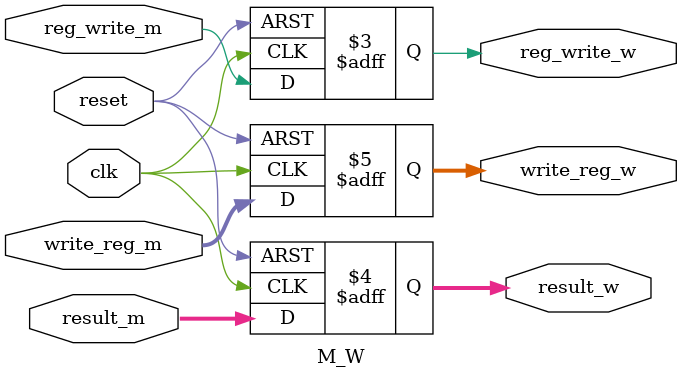
<source format=v>
`timescale 1ns / 1ps


module M_W(
    input wire clk,
    input wire reset,
    input wire reg_write_m,
    input wire [31:0]result_m,
    input wire [4:0]write_reg_m,
    output reg reg_write_w,
    output reg [31:0]result_w,
    output reg [4:0]write_reg_w
    );
    initial begin
        reg_write_w <= 0;
        result_w <= 0;
        write_reg_w <= 0;
    end
    always@(posedge clk or posedge reset) begin
        if(reset) begin
            reg_write_w <= 0;
            result_w <= 0;
            write_reg_w <= 0;
        end
        else begin
            reg_write_w <= reg_write_m;
            result_w <= result_m;
            write_reg_w <= write_reg_m;
        end
    end
endmodule

</source>
